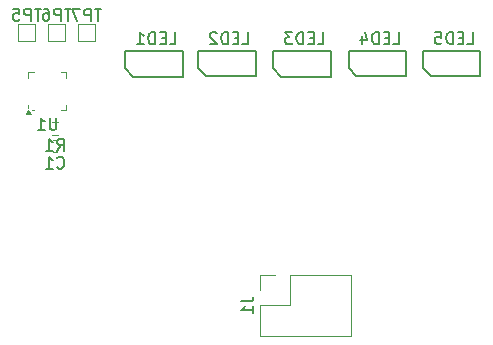
<source format=gbr>
%TF.GenerationSoftware,KiCad,Pcbnew,8.0.2-1*%
%TF.CreationDate,2024-08-22T14:08:19+02:00*%
%TF.ProjectId,Wiccon_social_bat,57696363-6f6e-45f7-936f-6369616c5f62,rev?*%
%TF.SameCoordinates,Original*%
%TF.FileFunction,Legend,Bot*%
%TF.FilePolarity,Positive*%
%FSLAX46Y46*%
G04 Gerber Fmt 4.6, Leading zero omitted, Abs format (unit mm)*
G04 Created by KiCad (PCBNEW 8.0.2-1) date 2024-08-22 14:08:19*
%MOMM*%
%LPD*%
G01*
G04 APERTURE LIST*
%ADD10C,0.150000*%
%ADD11C,0.120000*%
G04 APERTURE END LIST*
D10*
X147574047Y-36814819D02*
X148050237Y-36814819D01*
X148050237Y-36814819D02*
X148050237Y-35814819D01*
X147240713Y-36291009D02*
X146907380Y-36291009D01*
X146764523Y-36814819D02*
X147240713Y-36814819D01*
X147240713Y-36814819D02*
X147240713Y-35814819D01*
X147240713Y-35814819D02*
X146764523Y-35814819D01*
X146335951Y-36814819D02*
X146335951Y-35814819D01*
X146335951Y-35814819D02*
X146097856Y-35814819D01*
X146097856Y-35814819D02*
X145954999Y-35862438D01*
X145954999Y-35862438D02*
X145859761Y-35957676D01*
X145859761Y-35957676D02*
X145812142Y-36052914D01*
X145812142Y-36052914D02*
X145764523Y-36243390D01*
X145764523Y-36243390D02*
X145764523Y-36386247D01*
X145764523Y-36386247D02*
X145812142Y-36576723D01*
X145812142Y-36576723D02*
X145859761Y-36671961D01*
X145859761Y-36671961D02*
X145954999Y-36767200D01*
X145954999Y-36767200D02*
X146097856Y-36814819D01*
X146097856Y-36814819D02*
X146335951Y-36814819D01*
X145383570Y-35910057D02*
X145335951Y-35862438D01*
X145335951Y-35862438D02*
X145240713Y-35814819D01*
X145240713Y-35814819D02*
X145002618Y-35814819D01*
X145002618Y-35814819D02*
X144907380Y-35862438D01*
X144907380Y-35862438D02*
X144859761Y-35910057D01*
X144859761Y-35910057D02*
X144812142Y-36005295D01*
X144812142Y-36005295D02*
X144812142Y-36100533D01*
X144812142Y-36100533D02*
X144859761Y-36243390D01*
X144859761Y-36243390D02*
X145431189Y-36814819D01*
X145431189Y-36814819D02*
X144812142Y-36814819D01*
X147492819Y-58594666D02*
X148207104Y-58594666D01*
X148207104Y-58594666D02*
X148349961Y-58547047D01*
X148349961Y-58547047D02*
X148445200Y-58451809D01*
X148445200Y-58451809D02*
X148492819Y-58308952D01*
X148492819Y-58308952D02*
X148492819Y-58213714D01*
X148492819Y-59594666D02*
X148492819Y-59023238D01*
X148492819Y-59308952D02*
X147492819Y-59308952D01*
X147492819Y-59308952D02*
X147635676Y-59213714D01*
X147635676Y-59213714D02*
X147730914Y-59118476D01*
X147730914Y-59118476D02*
X147778533Y-59023238D01*
X131889166Y-47255580D02*
X131936785Y-47303200D01*
X131936785Y-47303200D02*
X132079642Y-47350819D01*
X132079642Y-47350819D02*
X132174880Y-47350819D01*
X132174880Y-47350819D02*
X132317737Y-47303200D01*
X132317737Y-47303200D02*
X132412975Y-47207961D01*
X132412975Y-47207961D02*
X132460594Y-47112723D01*
X132460594Y-47112723D02*
X132508213Y-46922247D01*
X132508213Y-46922247D02*
X132508213Y-46779390D01*
X132508213Y-46779390D02*
X132460594Y-46588914D01*
X132460594Y-46588914D02*
X132412975Y-46493676D01*
X132412975Y-46493676D02*
X132317737Y-46398438D01*
X132317737Y-46398438D02*
X132174880Y-46350819D01*
X132174880Y-46350819D02*
X132079642Y-46350819D01*
X132079642Y-46350819D02*
X131936785Y-46398438D01*
X131936785Y-46398438D02*
X131889166Y-46446057D01*
X130936785Y-47350819D02*
X131508213Y-47350819D01*
X131222499Y-47350819D02*
X131222499Y-46350819D01*
X131222499Y-46350819D02*
X131317737Y-46493676D01*
X131317737Y-46493676D02*
X131412975Y-46588914D01*
X131412975Y-46588914D02*
X131508213Y-46636533D01*
X131825904Y-43074819D02*
X131825904Y-43884342D01*
X131825904Y-43884342D02*
X131778285Y-43979580D01*
X131778285Y-43979580D02*
X131730666Y-44027200D01*
X131730666Y-44027200D02*
X131635428Y-44074819D01*
X131635428Y-44074819D02*
X131444952Y-44074819D01*
X131444952Y-44074819D02*
X131349714Y-44027200D01*
X131349714Y-44027200D02*
X131302095Y-43979580D01*
X131302095Y-43979580D02*
X131254476Y-43884342D01*
X131254476Y-43884342D02*
X131254476Y-43074819D01*
X130254476Y-44074819D02*
X130825904Y-44074819D01*
X130540190Y-44074819D02*
X130540190Y-43074819D01*
X130540190Y-43074819D02*
X130635428Y-43217676D01*
X130635428Y-43217676D02*
X130730666Y-43312914D01*
X130730666Y-43312914D02*
X130825904Y-43360533D01*
X160349047Y-36814819D02*
X160825237Y-36814819D01*
X160825237Y-36814819D02*
X160825237Y-35814819D01*
X160015713Y-36291009D02*
X159682380Y-36291009D01*
X159539523Y-36814819D02*
X160015713Y-36814819D01*
X160015713Y-36814819D02*
X160015713Y-35814819D01*
X160015713Y-35814819D02*
X159539523Y-35814819D01*
X159110951Y-36814819D02*
X159110951Y-35814819D01*
X159110951Y-35814819D02*
X158872856Y-35814819D01*
X158872856Y-35814819D02*
X158729999Y-35862438D01*
X158729999Y-35862438D02*
X158634761Y-35957676D01*
X158634761Y-35957676D02*
X158587142Y-36052914D01*
X158587142Y-36052914D02*
X158539523Y-36243390D01*
X158539523Y-36243390D02*
X158539523Y-36386247D01*
X158539523Y-36386247D02*
X158587142Y-36576723D01*
X158587142Y-36576723D02*
X158634761Y-36671961D01*
X158634761Y-36671961D02*
X158729999Y-36767200D01*
X158729999Y-36767200D02*
X158872856Y-36814819D01*
X158872856Y-36814819D02*
X159110951Y-36814819D01*
X157682380Y-36148152D02*
X157682380Y-36814819D01*
X157920475Y-35767200D02*
X158158570Y-36481485D01*
X158158570Y-36481485D02*
X157539523Y-36481485D01*
X141404047Y-36824819D02*
X141880237Y-36824819D01*
X141880237Y-36824819D02*
X141880237Y-35824819D01*
X141070713Y-36301009D02*
X140737380Y-36301009D01*
X140594523Y-36824819D02*
X141070713Y-36824819D01*
X141070713Y-36824819D02*
X141070713Y-35824819D01*
X141070713Y-35824819D02*
X140594523Y-35824819D01*
X140165951Y-36824819D02*
X140165951Y-35824819D01*
X140165951Y-35824819D02*
X139927856Y-35824819D01*
X139927856Y-35824819D02*
X139784999Y-35872438D01*
X139784999Y-35872438D02*
X139689761Y-35967676D01*
X139689761Y-35967676D02*
X139642142Y-36062914D01*
X139642142Y-36062914D02*
X139594523Y-36253390D01*
X139594523Y-36253390D02*
X139594523Y-36396247D01*
X139594523Y-36396247D02*
X139642142Y-36586723D01*
X139642142Y-36586723D02*
X139689761Y-36681961D01*
X139689761Y-36681961D02*
X139784999Y-36777200D01*
X139784999Y-36777200D02*
X139927856Y-36824819D01*
X139927856Y-36824819D02*
X140165951Y-36824819D01*
X138642142Y-36824819D02*
X139213570Y-36824819D01*
X138927856Y-36824819D02*
X138927856Y-35824819D01*
X138927856Y-35824819D02*
X139023094Y-35967676D01*
X139023094Y-35967676D02*
X139118332Y-36062914D01*
X139118332Y-36062914D02*
X139213570Y-36110533D01*
X131889166Y-45826819D02*
X132222499Y-45350628D01*
X132460594Y-45826819D02*
X132460594Y-44826819D01*
X132460594Y-44826819D02*
X132079642Y-44826819D01*
X132079642Y-44826819D02*
X131984404Y-44874438D01*
X131984404Y-44874438D02*
X131936785Y-44922057D01*
X131936785Y-44922057D02*
X131889166Y-45017295D01*
X131889166Y-45017295D02*
X131889166Y-45160152D01*
X131889166Y-45160152D02*
X131936785Y-45255390D01*
X131936785Y-45255390D02*
X131984404Y-45303009D01*
X131984404Y-45303009D02*
X132079642Y-45350628D01*
X132079642Y-45350628D02*
X132460594Y-45350628D01*
X130936785Y-45826819D02*
X131508213Y-45826819D01*
X131222499Y-45826819D02*
X131222499Y-44826819D01*
X131222499Y-44826819D02*
X131317737Y-44969676D01*
X131317737Y-44969676D02*
X131412975Y-45064914D01*
X131412975Y-45064914D02*
X131508213Y-45112533D01*
X130547904Y-33810819D02*
X129976476Y-33810819D01*
X130262190Y-34810819D02*
X130262190Y-33810819D01*
X129643142Y-34810819D02*
X129643142Y-33810819D01*
X129643142Y-33810819D02*
X129262190Y-33810819D01*
X129262190Y-33810819D02*
X129166952Y-33858438D01*
X129166952Y-33858438D02*
X129119333Y-33906057D01*
X129119333Y-33906057D02*
X129071714Y-34001295D01*
X129071714Y-34001295D02*
X129071714Y-34144152D01*
X129071714Y-34144152D02*
X129119333Y-34239390D01*
X129119333Y-34239390D02*
X129166952Y-34287009D01*
X129166952Y-34287009D02*
X129262190Y-34334628D01*
X129262190Y-34334628D02*
X129643142Y-34334628D01*
X128166952Y-33810819D02*
X128643142Y-33810819D01*
X128643142Y-33810819D02*
X128690761Y-34287009D01*
X128690761Y-34287009D02*
X128643142Y-34239390D01*
X128643142Y-34239390D02*
X128547904Y-34191771D01*
X128547904Y-34191771D02*
X128309809Y-34191771D01*
X128309809Y-34191771D02*
X128214571Y-34239390D01*
X128214571Y-34239390D02*
X128166952Y-34287009D01*
X128166952Y-34287009D02*
X128119333Y-34382247D01*
X128119333Y-34382247D02*
X128119333Y-34620342D01*
X128119333Y-34620342D02*
X128166952Y-34715580D01*
X128166952Y-34715580D02*
X128214571Y-34763200D01*
X128214571Y-34763200D02*
X128309809Y-34810819D01*
X128309809Y-34810819D02*
X128547904Y-34810819D01*
X128547904Y-34810819D02*
X128643142Y-34763200D01*
X128643142Y-34763200D02*
X128690761Y-34715580D01*
X166619047Y-36804819D02*
X167095237Y-36804819D01*
X167095237Y-36804819D02*
X167095237Y-35804819D01*
X166285713Y-36281009D02*
X165952380Y-36281009D01*
X165809523Y-36804819D02*
X166285713Y-36804819D01*
X166285713Y-36804819D02*
X166285713Y-35804819D01*
X166285713Y-35804819D02*
X165809523Y-35804819D01*
X165380951Y-36804819D02*
X165380951Y-35804819D01*
X165380951Y-35804819D02*
X165142856Y-35804819D01*
X165142856Y-35804819D02*
X164999999Y-35852438D01*
X164999999Y-35852438D02*
X164904761Y-35947676D01*
X164904761Y-35947676D02*
X164857142Y-36042914D01*
X164857142Y-36042914D02*
X164809523Y-36233390D01*
X164809523Y-36233390D02*
X164809523Y-36376247D01*
X164809523Y-36376247D02*
X164857142Y-36566723D01*
X164857142Y-36566723D02*
X164904761Y-36661961D01*
X164904761Y-36661961D02*
X164999999Y-36757200D01*
X164999999Y-36757200D02*
X165142856Y-36804819D01*
X165142856Y-36804819D02*
X165380951Y-36804819D01*
X163904761Y-35804819D02*
X164380951Y-35804819D01*
X164380951Y-35804819D02*
X164428570Y-36281009D01*
X164428570Y-36281009D02*
X164380951Y-36233390D01*
X164380951Y-36233390D02*
X164285713Y-36185771D01*
X164285713Y-36185771D02*
X164047618Y-36185771D01*
X164047618Y-36185771D02*
X163952380Y-36233390D01*
X163952380Y-36233390D02*
X163904761Y-36281009D01*
X163904761Y-36281009D02*
X163857142Y-36376247D01*
X163857142Y-36376247D02*
X163857142Y-36614342D01*
X163857142Y-36614342D02*
X163904761Y-36709580D01*
X163904761Y-36709580D02*
X163952380Y-36757200D01*
X163952380Y-36757200D02*
X164047618Y-36804819D01*
X164047618Y-36804819D02*
X164285713Y-36804819D01*
X164285713Y-36804819D02*
X164380951Y-36757200D01*
X164380951Y-36757200D02*
X164428570Y-36709580D01*
X135627904Y-33840819D02*
X135056476Y-33840819D01*
X135342190Y-34840819D02*
X135342190Y-33840819D01*
X134723142Y-34840819D02*
X134723142Y-33840819D01*
X134723142Y-33840819D02*
X134342190Y-33840819D01*
X134342190Y-33840819D02*
X134246952Y-33888438D01*
X134246952Y-33888438D02*
X134199333Y-33936057D01*
X134199333Y-33936057D02*
X134151714Y-34031295D01*
X134151714Y-34031295D02*
X134151714Y-34174152D01*
X134151714Y-34174152D02*
X134199333Y-34269390D01*
X134199333Y-34269390D02*
X134246952Y-34317009D01*
X134246952Y-34317009D02*
X134342190Y-34364628D01*
X134342190Y-34364628D02*
X134723142Y-34364628D01*
X133818380Y-33840819D02*
X133151714Y-33840819D01*
X133151714Y-33840819D02*
X133580285Y-34840819D01*
X133087904Y-33820819D02*
X132516476Y-33820819D01*
X132802190Y-34820819D02*
X132802190Y-33820819D01*
X132183142Y-34820819D02*
X132183142Y-33820819D01*
X132183142Y-33820819D02*
X131802190Y-33820819D01*
X131802190Y-33820819D02*
X131706952Y-33868438D01*
X131706952Y-33868438D02*
X131659333Y-33916057D01*
X131659333Y-33916057D02*
X131611714Y-34011295D01*
X131611714Y-34011295D02*
X131611714Y-34154152D01*
X131611714Y-34154152D02*
X131659333Y-34249390D01*
X131659333Y-34249390D02*
X131706952Y-34297009D01*
X131706952Y-34297009D02*
X131802190Y-34344628D01*
X131802190Y-34344628D02*
X132183142Y-34344628D01*
X130754571Y-33820819D02*
X130945047Y-33820819D01*
X130945047Y-33820819D02*
X131040285Y-33868438D01*
X131040285Y-33868438D02*
X131087904Y-33916057D01*
X131087904Y-33916057D02*
X131183142Y-34058914D01*
X131183142Y-34058914D02*
X131230761Y-34249390D01*
X131230761Y-34249390D02*
X131230761Y-34630342D01*
X131230761Y-34630342D02*
X131183142Y-34725580D01*
X131183142Y-34725580D02*
X131135523Y-34773200D01*
X131135523Y-34773200D02*
X131040285Y-34820819D01*
X131040285Y-34820819D02*
X130849809Y-34820819D01*
X130849809Y-34820819D02*
X130754571Y-34773200D01*
X130754571Y-34773200D02*
X130706952Y-34725580D01*
X130706952Y-34725580D02*
X130659333Y-34630342D01*
X130659333Y-34630342D02*
X130659333Y-34392247D01*
X130659333Y-34392247D02*
X130706952Y-34297009D01*
X130706952Y-34297009D02*
X130754571Y-34249390D01*
X130754571Y-34249390D02*
X130849809Y-34201771D01*
X130849809Y-34201771D02*
X131040285Y-34201771D01*
X131040285Y-34201771D02*
X131135523Y-34249390D01*
X131135523Y-34249390D02*
X131183142Y-34297009D01*
X131183142Y-34297009D02*
X131230761Y-34392247D01*
X153954047Y-36824819D02*
X154430237Y-36824819D01*
X154430237Y-36824819D02*
X154430237Y-35824819D01*
X153620713Y-36301009D02*
X153287380Y-36301009D01*
X153144523Y-36824819D02*
X153620713Y-36824819D01*
X153620713Y-36824819D02*
X153620713Y-35824819D01*
X153620713Y-35824819D02*
X153144523Y-35824819D01*
X152715951Y-36824819D02*
X152715951Y-35824819D01*
X152715951Y-35824819D02*
X152477856Y-35824819D01*
X152477856Y-35824819D02*
X152334999Y-35872438D01*
X152334999Y-35872438D02*
X152239761Y-35967676D01*
X152239761Y-35967676D02*
X152192142Y-36062914D01*
X152192142Y-36062914D02*
X152144523Y-36253390D01*
X152144523Y-36253390D02*
X152144523Y-36396247D01*
X152144523Y-36396247D02*
X152192142Y-36586723D01*
X152192142Y-36586723D02*
X152239761Y-36681961D01*
X152239761Y-36681961D02*
X152334999Y-36777200D01*
X152334999Y-36777200D02*
X152477856Y-36824819D01*
X152477856Y-36824819D02*
X152715951Y-36824819D01*
X151811189Y-35824819D02*
X151192142Y-35824819D01*
X151192142Y-35824819D02*
X151525475Y-36205771D01*
X151525475Y-36205771D02*
X151382618Y-36205771D01*
X151382618Y-36205771D02*
X151287380Y-36253390D01*
X151287380Y-36253390D02*
X151239761Y-36301009D01*
X151239761Y-36301009D02*
X151192142Y-36396247D01*
X151192142Y-36396247D02*
X151192142Y-36634342D01*
X151192142Y-36634342D02*
X151239761Y-36729580D01*
X151239761Y-36729580D02*
X151287380Y-36777200D01*
X151287380Y-36777200D02*
X151382618Y-36824819D01*
X151382618Y-36824819D02*
X151668332Y-36824819D01*
X151668332Y-36824819D02*
X151763570Y-36777200D01*
X151763570Y-36777200D02*
X151811189Y-36729580D01*
%TO.C,LED2*%
X143785000Y-37400000D02*
X148685000Y-37400000D01*
X143785000Y-38820000D02*
X143785000Y-37400000D01*
X144455000Y-39550000D02*
X143785000Y-38820000D01*
X147295000Y-39550000D02*
X147345000Y-39550000D01*
X148685000Y-39550000D02*
X144455000Y-39550000D01*
X148685000Y-39550000D02*
X148685000Y-37400000D01*
D11*
%TO.C,J1*%
X156778000Y-61528000D02*
X156778000Y-56328000D01*
X156778000Y-61528000D02*
X149038000Y-61528000D01*
X156778000Y-56328000D02*
X151638000Y-56328000D01*
X151638000Y-58928000D02*
X151638000Y-56328000D01*
X149038000Y-61528000D02*
X149038000Y-58928000D01*
X149038000Y-58928000D02*
X151638000Y-58928000D01*
X149038000Y-57658000D02*
X149038000Y-56328000D01*
X149038000Y-56328000D02*
X150368000Y-56328000D01*
%TO.C,C1*%
X131868767Y-45976000D02*
X131576233Y-45976000D01*
X131868767Y-44956000D02*
X131576233Y-44956000D01*
%TO.C,U1*%
X129694000Y-42760000D02*
X129214000Y-42760000D01*
X129454000Y-42430000D01*
X129694000Y-42760000D01*
G36*
X129694000Y-42760000D02*
G01*
X129214000Y-42760000D01*
X129454000Y-42430000D01*
X129694000Y-42760000D01*
G37*
X132674000Y-42430000D02*
X132224000Y-42430000D01*
X132674000Y-41980000D02*
X132674000Y-42430000D01*
X132674000Y-39660000D02*
X132674000Y-39210000D01*
X132674000Y-39210000D02*
X132224000Y-39210000D01*
X129754000Y-42430000D02*
X129904000Y-42430000D01*
X129454000Y-42190000D02*
X129454000Y-41980000D01*
X129454000Y-39660000D02*
X129454000Y-39210000D01*
X129454000Y-39210000D02*
X129904000Y-39210000D01*
D10*
%TO.C,LED4*%
X161460000Y-39550000D02*
X161460000Y-37400000D01*
X161460000Y-39550000D02*
X157230000Y-39550000D01*
X160070000Y-39550000D02*
X160120000Y-39550000D01*
X157230000Y-39550000D02*
X156560000Y-38820000D01*
X156560000Y-38820000D02*
X156560000Y-37400000D01*
X156560000Y-37400000D02*
X161460000Y-37400000D01*
%TO.C,LED1*%
X137615000Y-37410000D02*
X142515000Y-37410000D01*
X137615000Y-38830000D02*
X137615000Y-37410000D01*
X138285000Y-39560000D02*
X137615000Y-38830000D01*
X141125000Y-39560000D02*
X141175000Y-39560000D01*
X142515000Y-39560000D02*
X138285000Y-39560000D01*
X142515000Y-39560000D02*
X142515000Y-37410000D01*
D11*
%TO.C,R1*%
X131977224Y-44464500D02*
X131467776Y-44464500D01*
X131977224Y-43419500D02*
X131467776Y-43419500D01*
%TO.C,TP5*%
X129986000Y-36504000D02*
X128586000Y-36504000D01*
X129986000Y-35104000D02*
X129986000Y-36504000D01*
X128586000Y-36504000D02*
X128586000Y-35104000D01*
X128586000Y-35104000D02*
X129986000Y-35104000D01*
D10*
%TO.C,LED5*%
X167730000Y-39540000D02*
X167730000Y-37390000D01*
X167730000Y-39540000D02*
X163500000Y-39540000D01*
X166340000Y-39540000D02*
X166390000Y-39540000D01*
X163500000Y-39540000D02*
X162830000Y-38810000D01*
X162830000Y-38810000D02*
X162830000Y-37390000D01*
X162830000Y-37390000D02*
X167730000Y-37390000D01*
D11*
%TO.C,TP7*%
X135066000Y-36534000D02*
X133666000Y-36534000D01*
X135066000Y-35134000D02*
X135066000Y-36534000D01*
X133666000Y-36534000D02*
X133666000Y-35134000D01*
X133666000Y-35134000D02*
X135066000Y-35134000D01*
%TO.C,TP6*%
X132526000Y-36514000D02*
X131126000Y-36514000D01*
X132526000Y-35114000D02*
X132526000Y-36514000D01*
X131126000Y-36514000D02*
X131126000Y-35114000D01*
X131126000Y-35114000D02*
X132526000Y-35114000D01*
D10*
%TO.C,LED3*%
X155065000Y-39560000D02*
X155065000Y-37410000D01*
X155065000Y-39560000D02*
X150835000Y-39560000D01*
X153675000Y-39560000D02*
X153725000Y-39560000D01*
X150835000Y-39560000D02*
X150165000Y-38830000D01*
X150165000Y-38830000D02*
X150165000Y-37410000D01*
X150165000Y-37410000D02*
X155065000Y-37410000D01*
%TD*%
M02*

</source>
